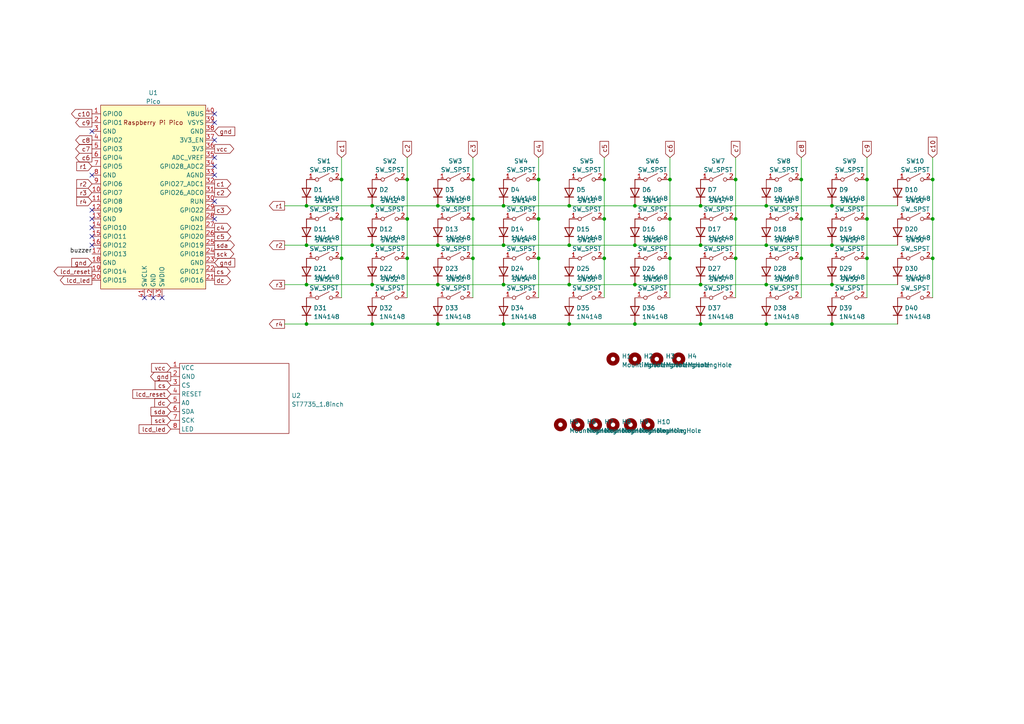
<source format=kicad_sch>
(kicad_sch (version 20211123) (generator eeschema)
  (paper "A4")
  (lib_symbols
    (symbol "Diode:1N4148" (pin_numbers hide) (pin_names (offset 1.016) hide)
      (property "Reference" "D" (at 0 2.54 0))
      (property "Value" "1N4148" (at 0 -2.54 0))
      (symbol "1N4148_0_1"
        (polyline (pts (xy -1.27 1.27) (xy -1.27 -1.27)) (stroke (width 0.254)))
        (polyline (pts (xy 1.27 0) (xy -1.27 0)))
        (polyline (pts (xy 1.27 1.27) (xy 1.27 -1.27) (xy -1.27 0) (xy 1.27 1.27)) (stroke (width 0.254)))
      )
      (symbol "1N4148_1_1"
        (pin passive line (at -3.81 0 0) (length 2.54) (name "K") (number "1"))
        (pin passive line (at 3.81 0 180) (length 2.54) (name "A") (number "2"))
      )
    )
    (symbol "MCU_RaspberryPi_and_Boards:Pico"
      (property "Reference" "U" (at -13.97 27.94 0))
      (property "Value" "Pico" (at 0 19.05 0))
      (symbol "Pico_0_0"
        (text "Raspberry Pi Pico" (at 0 21.59 0) (effects (font (size 1.27 1.27))))
      )
      (symbol "Pico_0_1"
        (rectangle (start -15.24 26.67) (end 15.24 -26.67) (fill (type background)))
      )
      (symbol "Pico_1_1"
        (pin bidirectional line (at -17.78 24.13 0) (length 2.54) (name "GPIO0") (number "1"))
        (pin bidirectional line (at -17.78 1.27 0) (length 2.54) (name "GPIO7") (number "10"))
        (pin bidirectional line (at -17.78 -1.27 0) (length 2.54) (name "GPIO8") (number "11"))
        (pin bidirectional line (at -17.78 -3.81 0) (length 2.54) (name "GPIO9") (number "12"))
        (pin power_in line (at -17.78 -6.35 0) (length 2.54) (name "GND") (number "13"))
        (pin bidirectional line (at -17.78 -8.89 0) (length 2.54) (name "GPIO10") (number "14"))
        (pin bidirectional line (at -17.78 -11.43 0) (length 2.54) (name "GPIO11") (number "15"))
        (pin bidirectional line (at -17.78 -13.97 0) (length 2.54) (name "GPIO12") (number "16"))
        (pin bidirectional line (at -17.78 -16.51 0) (length 2.54) (name "GPIO13") (number "17"))
        (pin power_in line (at -17.78 -19.05 0) (length 2.54) (name "GND") (number "18"))
        (pin bidirectional line (at -17.78 -21.59 0) (length 2.54) (name "GPIO14") (number "19"))
        (pin bidirectional line (at -17.78 21.59 0) (length 2.54) (name "GPIO1") (number "2"))
        (pin bidirectional line (at -17.78 -24.13 0) (length 2.54) (name "GPIO15") (number "20"))
        (pin bidirectional line (at 17.78 -24.13 180) (length 2.54) (name "GPIO16") (number "21"))
        (pin bidirectional line (at 17.78 -21.59 180) (length 2.54) (name "GPIO17") (number "22"))
        (pin power_in line (at 17.78 -19.05 180) (length 2.54) (name "GND") (number "23"))
        (pin bidirectional line (at 17.78 -16.51 180) (length 2.54) (name "GPIO18") (number "24"))
        (pin bidirectional line (at 17.78 -13.97 180) (length 2.54) (name "GPIO19") (number "25"))
        (pin bidirectional line (at 17.78 -11.43 180) (length 2.54) (name "GPIO20") (number "26"))
        (pin bidirectional line (at 17.78 -8.89 180) (length 2.54) (name "GPIO21") (number "27"))
        (pin power_in line (at 17.78 -6.35 180) (length 2.54) (name "GND") (number "28"))
        (pin bidirectional line (at 17.78 -3.81 180) (length 2.54) (name "GPIO22") (number "29"))
        (pin power_in line (at -17.78 19.05 0) (length 2.54) (name "GND") (number "3"))
        (pin input line (at 17.78 -1.27 180) (length 2.54) (name "RUN") (number "30"))
        (pin bidirectional line (at 17.78 1.27 180) (length 2.54) (name "GPIO26_ADC0") (number "31"))
        (pin bidirectional line (at 17.78 3.81 180) (length 2.54) (name "GPIO27_ADC1") (number "32"))
        (pin power_in line (at 17.78 6.35 180) (length 2.54) (name "AGND") (number "33"))
        (pin bidirectional line (at 17.78 8.89 180) (length 2.54) (name "GPIO28_ADC2") (number "34"))
        (pin power_in line (at 17.78 11.43 180) (length 2.54) (name "ADC_VREF") (number "35"))
        (pin power_in line (at 17.78 13.97 180) (length 2.54) (name "3V3") (number "36"))
        (pin input line (at 17.78 16.51 180) (length 2.54) (name "3V3_EN") (number "37"))
        (pin bidirectional line (at 17.78 19.05 180) (length 2.54) (name "GND") (number "38"))
        (pin power_in line (at 17.78 21.59 180) (length 2.54) (name "VSYS") (number "39"))
        (pin bidirectional line (at -17.78 16.51 0) (length 2.54) (name "GPIO2") (number "4"))
        (pin power_in line (at 17.78 24.13 180) (length 2.54) (name "VBUS") (number "40"))
        (pin input line (at -2.54 -29.21 90) (length 2.54) (name "SWCLK") (number "41"))
        (pin power_in line (at 0 -29.21 90) (length 2.54) (name "GND") (number "42"))
        (pin bidirectional line (at 2.54 -29.21 90) (length 2.54) (name "SWDIO") (number "43"))
        (pin bidirectional line (at -17.78 13.97 0) (length 2.54) (name "GPIO3") (number "5"))
        (pin bidirectional line (at -17.78 11.43 0) (length 2.54) (name "GPIO4") (number "6"))
        (pin bidirectional line (at -17.78 8.89 0) (length 2.54) (name "GPIO5") (number "7"))
        (pin power_in line (at -17.78 6.35 0) (length 2.54) (name "GND") (number "8"))
        (pin bidirectional line (at -17.78 3.81 0) (length 2.54) (name "GPIO6") (number "9"))
      )
    )
    (symbol "Mechanical:MountingHole" (pin_names (offset 1.016))
      (property "Reference" "H" (at 0 5.08 0))
      (property "Value" "MountingHole" (at 0 3.175 0))
      (symbol "MountingHole_0_1"
        (circle (center 0 0) (radius 1.27) (stroke (width 1.27)))
      )
    )
    (symbol "Switch:SW_SPST" (pin_names (offset 0) hide)
      (property "Reference" "SW" (at 0 3.175 0))
      (property "Value" "SW_SPST" (at 0 -2.54 0))
      (symbol "SW_SPST_0_0"
        (circle (center -2.032 0) (radius 0.508))
        (polyline (pts (xy -1.524 0.254) (xy 1.524 1.778)))
        (circle (center 2.032 0) (radius 0.508))
      )
      (symbol "SW_SPST_1_1"
        (pin passive line (at -5.08 0 0) (length 2.54) (name "A") (number "1"))
        (pin passive line (at 5.08 0 180) (length 2.54) (name "B") (number "2"))
      )
    )
    (symbol "kicub_keyboard_extras:ST7735_1.8inch"
      (property "Reference" "U" (at 0 12.7 0))
      (property "Value" "ST7735_1.8inch" (at 0 -12.7 0))
      (symbol "ST7735_1.8inch_0_1"
        (rectangle (start -15.24 10.16) (end 16.51 -10.16) (stroke (width 0.1524)))
      )
      (symbol "ST7735_1.8inch_1_1"
        (pin input line (at -17.78 8.89 0) (length 2.54) (name "VCC") (number "1"))
        (pin input line (at -17.78 6.35 0) (length 2.54) (name "GND") (number "2"))
        (pin input line (at -17.78 3.81 0) (length 2.54) (name "CS") (number "3"))
        (pin input line (at -17.78 1.27 0) (length 2.54) (name "RESET") (number "4"))
        (pin input line (at -17.78 -1.27 0) (length 2.54) (name "A0") (number "5"))
        (pin input line (at -17.78 -3.81 0) (length 2.54) (name "SDA") (number "6"))
        (pin input line (at -17.78 -6.35 0) (length 2.54) (name "SCK") (number "7"))
        (pin input line (at -17.78 -8.89 0) (length 2.54) (name "LED") (number "8"))
      )
    )
  )
  (junction (at 222.25 93.98))
  (junction (at 194.31 52.07))
  (junction (at 251.46 63.5))
  (junction (at 118.11 74.93))
  (junction (at 241.3 59.69))
  (junction (at 156.21 63.5))
  (junction (at 270.51 52.07))
  (junction (at 270.51 63.5))
  (junction (at 165.1 71.12))
  (junction (at 137.16 52.07))
  (junction (at 137.16 63.5))
  (junction (at 127 93.98))
  (junction (at 184.15 71.12))
  (junction (at 222.25 59.69))
  (junction (at 184.15 93.98))
  (junction (at 241.3 71.12))
  (junction (at 203.2 93.98))
  (junction (at 184.15 82.55))
  (junction (at 213.36 63.5))
  (junction (at 88.9 59.69))
  (junction (at 165.1 82.55))
  (junction (at 88.9 71.12))
  (junction (at 137.16 74.93))
  (junction (at 99.06 52.07))
  (junction (at 146.05 71.12))
  (junction (at 213.36 52.07))
  (junction (at 203.2 82.55))
  (junction (at 146.05 82.55))
  (junction (at 194.31 63.5))
  (junction (at 156.21 52.07))
  (junction (at 184.15 59.69))
  (junction (at 194.31 74.93))
  (junction (at 175.26 52.07))
  (junction (at 107.95 93.98))
  (junction (at 118.11 63.5))
  (junction (at 127 82.55))
  (junction (at 222.25 82.55))
  (junction (at 222.25 71.12))
  (junction (at 107.95 71.12))
  (junction (at 156.21 74.93))
  (junction (at 213.36 74.93))
  (junction (at 88.9 82.55))
  (junction (at 165.1 59.69))
  (junction (at 175.26 74.93))
  (junction (at 241.3 82.55))
  (junction (at 107.95 82.55))
  (junction (at 99.06 63.5))
  (junction (at 251.46 74.93))
  (junction (at 107.95 59.69))
  (junction (at 165.1 93.98))
  (junction (at 127 59.69))
  (junction (at 146.05 93.98))
  (junction (at 232.41 74.93))
  (junction (at 175.26 63.5))
  (junction (at 251.46 52.07))
  (junction (at 127 71.12))
  (junction (at 203.2 71.12))
  (junction (at 88.9 93.98))
  (junction (at 146.05 59.69))
  (junction (at 118.11 52.07))
  (junction (at 241.3 93.98))
  (junction (at 203.2 59.69))
  (junction (at 99.06 74.93))
  (junction (at 232.41 63.5))
  (junction (at 232.41 52.07))
  (junction (at 270.51 74.93))
  (no_connect (at 62.23 45.72))
  (no_connect (at 62.23 48.26))
  (no_connect (at 62.23 50.8))
  (no_connect (at 62.23 58.42))
  (no_connect (at 62.23 63.5))
  (no_connect (at 26.67 38.1))
  (no_connect (at 26.67 71.12))
  (no_connect (at 26.67 68.58))
  (no_connect (at 26.67 66.04))
  (no_connect (at 26.67 63.5))
  (no_connect (at 26.67 60.96))
  (no_connect (at 26.67 50.8))
  (no_connect (at 62.23 33.02))
  (no_connect (at 62.23 40.64))
  (no_connect (at 62.23 35.56))
  (no_connect (at 41.91 86.36))
  (no_connect (at 44.45 86.36))
  (no_connect (at 46.99 86.36))
  (wire (pts (xy 137.16 74.93) (xy 137.16 86.36)))
  (wire (pts (xy 165.1 82.55) (xy 184.15 82.55)))
  (wire (pts (xy 88.9 93.98) (xy 107.95 93.98)))
  (wire (pts (xy 203.2 59.69) (xy 222.25 59.69)))
  (wire (pts (xy 222.25 82.55) (xy 241.3 82.55)))
  (wire (pts (xy 118.11 52.07) (xy 118.11 63.5)))
  (wire (pts (xy 270.51 63.5) (xy 270.51 74.93)))
  (wire (pts (xy 156.21 74.93) (xy 156.21 86.36)))
  (wire (pts (xy 99.06 45.72) (xy 99.06 52.07)))
  (wire (pts (xy 146.05 82.55) (xy 165.1 82.55)))
  (wire (pts (xy 137.16 52.07) (xy 137.16 63.5)))
  (wire (pts (xy 203.2 82.55) (xy 222.25 82.55)))
  (wire (pts (xy 127 59.69) (xy 146.05 59.69)))
  (wire (pts (xy 107.95 71.12) (xy 127 71.12)))
  (wire (pts (xy 127 93.98) (xy 146.05 93.98)))
  (wire (pts (xy 107.95 93.98) (xy 127 93.98)))
  (wire (pts (xy 88.9 82.55) (xy 107.95 82.55)))
  (wire (pts (xy 232.41 52.07) (xy 232.41 63.5)))
  (wire (pts (xy 241.3 71.12) (xy 260.35 71.12)))
  (wire (pts (xy 213.36 52.07) (xy 213.36 63.5)))
  (wire (pts (xy 82.55 93.98) (xy 88.9 93.98)))
  (wire (pts (xy 99.06 52.07) (xy 99.06 63.5)))
  (wire (pts (xy 107.95 82.55) (xy 127 82.55)))
  (wire (pts (xy 165.1 59.69) (xy 184.15 59.69)))
  (wire (pts (xy 88.9 71.12) (xy 107.95 71.12)))
  (wire (pts (xy 222.25 71.12) (xy 241.3 71.12)))
  (wire (pts (xy 251.46 74.93) (xy 251.46 86.36)))
  (wire (pts (xy 99.06 74.93) (xy 99.06 86.36)))
  (wire (pts (xy 203.2 71.12) (xy 222.25 71.12)))
  (wire (pts (xy 194.31 63.5) (xy 194.31 74.93)))
  (wire (pts (xy 241.3 59.69) (xy 260.35 59.69)))
  (wire (pts (xy 146.05 59.69) (xy 165.1 59.69)))
  (wire (pts (xy 118.11 45.72) (xy 118.11 52.07)))
  (wire (pts (xy 184.15 71.12) (xy 203.2 71.12)))
  (wire (pts (xy 175.26 52.07) (xy 175.26 63.5)))
  (wire (pts (xy 175.26 63.5) (xy 175.26 74.93)))
  (wire (pts (xy 213.36 45.72) (xy 213.36 52.07)))
  (wire (pts (xy 137.16 45.72) (xy 137.16 52.07)))
  (wire (pts (xy 232.41 45.72) (xy 232.41 52.07)))
  (wire (pts (xy 82.55 82.55) (xy 88.9 82.55)))
  (wire (pts (xy 241.3 82.55) (xy 260.35 82.55)))
  (wire (pts (xy 82.55 71.12) (xy 88.9 71.12)))
  (wire (pts (xy 107.95 59.69) (xy 127 59.69)))
  (wire (pts (xy 232.41 63.5) (xy 232.41 74.93)))
  (wire (pts (xy 175.26 45.72) (xy 175.26 52.07)))
  (wire (pts (xy 222.25 59.69) (xy 241.3 59.69)))
  (wire (pts (xy 213.36 63.5) (xy 213.36 74.93)))
  (wire (pts (xy 127 82.55) (xy 146.05 82.55)))
  (wire (pts (xy 184.15 59.69) (xy 203.2 59.69)))
  (wire (pts (xy 184.15 93.98) (xy 203.2 93.98)))
  (wire (pts (xy 251.46 63.5) (xy 251.46 74.93)))
  (wire (pts (xy 241.3 93.98) (xy 260.35 93.98)))
  (wire (pts (xy 194.31 45.72) (xy 194.31 52.07)))
  (wire (pts (xy 251.46 45.72) (xy 251.46 52.07)))
  (wire (pts (xy 118.11 63.5) (xy 118.11 74.93)))
  (wire (pts (xy 99.06 63.5) (xy 99.06 74.93)))
  (wire (pts (xy 118.11 74.93) (xy 118.11 86.36)))
  (wire (pts (xy 156.21 52.07) (xy 156.21 63.5)))
  (wire (pts (xy 203.2 93.98) (xy 222.25 93.98)))
  (wire (pts (xy 213.36 74.93) (xy 213.36 86.36)))
  (wire (pts (xy 270.51 52.07) (xy 270.51 63.5)))
  (wire (pts (xy 156.21 45.72) (xy 156.21 52.07)))
  (wire (pts (xy 270.51 74.93) (xy 270.51 86.36)))
  (wire (pts (xy 184.15 82.55) (xy 203.2 82.55)))
  (wire (pts (xy 270.51 45.72) (xy 270.51 52.07)))
  (wire (pts (xy 82.55 59.69) (xy 88.9 59.69)))
  (wire (pts (xy 88.9 59.69) (xy 107.95 59.69)))
  (wire (pts (xy 251.46 52.07) (xy 251.46 63.5)))
  (wire (pts (xy 165.1 71.12) (xy 184.15 71.12)))
  (wire (pts (xy 194.31 74.93) (xy 194.31 86.36)))
  (wire (pts (xy 222.25 93.98) (xy 241.3 93.98)))
  (wire (pts (xy 175.26 74.93) (xy 175.26 86.36)))
  (wire (pts (xy 137.16 63.5) (xy 137.16 74.93)))
  (wire (pts (xy 232.41 74.93) (xy 232.41 86.36)))
  (wire (pts (xy 194.31 52.07) (xy 194.31 63.5)))
  (wire (pts (xy 127 71.12) (xy 146.05 71.12)))
  (wire (pts (xy 146.05 71.12) (xy 165.1 71.12)))
  (wire (pts (xy 165.1 93.98) (xy 184.15 93.98)))
  (wire (pts (xy 146.05 93.98) (xy 165.1 93.98)))
  (wire (pts (xy 156.21 63.5) (xy 156.21 74.93)))
  (label "buzzer" (at 26.67 73.66 180))
  (global_label "cs" (shape output) (at 62.23 78.74 0) (property "Intersheet References" "${INTERSHEET_REFS}" (effects hide)))
  (global_label "gnd" (shape input) (at 26.67 76.2 180) (property "Intersheet References" "${INTERSHEET_REFS}" (effects hide)))
  (global_label "vcc" (shape input) (at 49.53 106.68 180) (property "Intersheet References" "${INTERSHEET_REFS}" (effects hide)))
  (global_label "c2" (shape output) (at 62.23 55.88 0) (property "Intersheet References" "${INTERSHEET_REFS}" (effects hide)))
  (global_label "c3" (shape input) (at 137.16 45.72 90) (property "Intersheet References" "${INTERSHEET_REFS}" (effects hide)))
  (global_label "c3" (shape output) (at 62.23 60.96 0) (property "Intersheet References" "${INTERSHEET_REFS}" (effects hide)))
  (global_label "r2" (shape input) (at 26.67 53.34 180) (property "Intersheet References" "${INTERSHEET_REFS}" (effects hide)))
  (global_label "c8" (shape output) (at 26.67 40.64 180) (property "Intersheet References" "${INTERSHEET_REFS}" (effects hide)))
  (global_label "r4" (shape input) (at 26.67 58.42 180) (property "Intersheet References" "${INTERSHEET_REFS}" (effects hide)))
  (global_label "sda" (shape output) (at 62.23 71.12 0) (property "Intersheet References" "${INTERSHEET_REFS}" (effects hide)))
  (global_label "c7" (shape input) (at 213.36 45.72 90) (property "Intersheet References" "${INTERSHEET_REFS}" (effects hide)))
  (global_label "gnd" (shape output) (at 49.53 109.22 180) (property "Intersheet References" "${INTERSHEET_REFS}" (effects hide)))
  (global_label "r1" (shape output) (at 82.55 59.69 180) (property "Intersheet References" "${INTERSHEET_REFS}" (effects hide)))
  (global_label "c6" (shape output) (at 26.67 45.72 180) (property "Intersheet References" "${INTERSHEET_REFS}" (effects hide)))
  (global_label "c4" (shape output) (at 62.23 66.04 0) (property "Intersheet References" "${INTERSHEET_REFS}" (effects hide)))
  (global_label "c4" (shape input) (at 156.21 45.72 90) (property "Intersheet References" "${INTERSHEET_REFS}" (effects hide)))
  (global_label "c2" (shape input) (at 118.11 45.72 90) (property "Intersheet References" "${INTERSHEET_REFS}" (effects hide)))
  (global_label "c8" (shape input) (at 232.41 45.72 90) (property "Intersheet References" "${INTERSHEET_REFS}" (effects hide)))
  (global_label "r3" (shape output) (at 82.55 82.55 180) (property "Intersheet References" "${INTERSHEET_REFS}" (effects hide)))
  (global_label "dc" (shape input) (at 49.53 116.84 180) (property "Intersheet References" "${INTERSHEET_REFS}" (effects hide)))
  (global_label "r1" (shape input) (at 26.67 48.26 180) (property "Intersheet References" "${INTERSHEET_REFS}" (effects hide)))
  (global_label "r2" (shape output) (at 82.55 71.12 180) (property "Intersheet References" "${INTERSHEET_REFS}" (effects hide)))
  (global_label "c9" (shape output) (at 26.67 35.56 180) (property "Intersheet References" "${INTERSHEET_REFS}" (effects hide)))
  (global_label "lcd_reset" (shape output) (at 26.67 78.74 180) (property "Intersheet References" "${INTERSHEET_REFS}" (effects hide)))
  (global_label "c10" (shape input) (at 270.51 45.72 90) (property "Intersheet References" "${INTERSHEET_REFS}" (effects hide)))
  (global_label "c7" (shape output) (at 26.67 43.18 180) (property "Intersheet References" "${INTERSHEET_REFS}" (effects hide)))
  (global_label "r3" (shape input) (at 26.67 55.88 180) (property "Intersheet References" "${INTERSHEET_REFS}" (effects hide)))
  (global_label "sck" (shape input) (at 49.53 121.92 180) (property "Intersheet References" "${INTERSHEET_REFS}" (effects hide)))
  (global_label "sda" (shape input) (at 49.53 119.38 180) (property "Intersheet References" "${INTERSHEET_REFS}" (effects hide)))
  (global_label "vcc" (shape output) (at 62.23 43.18 0) (property "Intersheet References" "${INTERSHEET_REFS}" (effects hide)))
  (global_label "sck" (shape output) (at 62.23 73.66 0) (property "Intersheet References" "${INTERSHEET_REFS}" (effects hide)))
  (global_label "c6" (shape input) (at 194.31 45.72 90) (property "Intersheet References" "${INTERSHEET_REFS}" (effects hide)))
  (global_label "lcd_led" (shape output) (at 26.67 81.28 180) (property "Intersheet References" "${INTERSHEET_REFS}" (effects hide)))
  (global_label "c1" (shape input) (at 99.06 45.72 90) (property "Intersheet References" "${INTERSHEET_REFS}" (effects hide)))
  (global_label "lcd_led" (shape input) (at 49.53 124.46 180) (property "Intersheet References" "${INTERSHEET_REFS}" (effects hide)))
  (global_label "c9" (shape input) (at 251.46 45.72 90) (property "Intersheet References" "${INTERSHEET_REFS}" (effects hide)))
  (global_label "c5" (shape input) (at 175.26 45.72 90) (property "Intersheet References" "${INTERSHEET_REFS}" (effects hide)))
  (global_label "cs" (shape input) (at 49.53 111.76 180) (property "Intersheet References" "${INTERSHEET_REFS}" (effects hide)))
  (global_label "c5" (shape output) (at 62.23 68.58 0) (property "Intersheet References" "${INTERSHEET_REFS}" (effects hide)))
  (global_label "c1" (shape output) (at 62.23 53.34 0) (property "Intersheet References" "${INTERSHEET_REFS}" (effects hide)))
  (global_label "dc" (shape output) (at 62.23 81.28 0) (property "Intersheet References" "${INTERSHEET_REFS}" (effects hide)))
  (global_label "c10" (shape output) (at 26.67 33.02 180) (property "Intersheet References" "${INTERSHEET_REFS}" (effects hide)))
  (global_label "r4" (shape output) (at 82.55 93.98 180) (property "Intersheet References" "${INTERSHEET_REFS}" (effects hide)))
  (global_label "gnd" (shape input) (at 62.23 38.1 0) (property "Intersheet References" "${INTERSHEET_REFS}" (effects hide)))
  (global_label "lcd_reset" (shape input) (at 49.53 114.3 180) (property "Intersheet References" "${INTERSHEET_REFS}" (effects hide)))
  (global_label "gnd" (shape input) (at 62.23 76.2 0) (property "Intersheet References" "${INTERSHEET_REFS}" (effects hide)))
  (symbol (lib_id "Switch:SW_SPST") (at 208.28 52.07 0) (unit 1)
    (property "Reference" "SW7" (at 208.28 46.7192 0))
    (property "Value" "SW_SPST" (at 208.28 49.2561 0))
    (property "Footprint" "keyswitches:Kailh_socket_PG1350" (effects hide))
  )
  (symbol (lib_id "Diode:1N4148") (at 107.95 78.74 90) (unit 1)
    (property "Reference" "D22" (at 109.982 77.9053 90) (effects (justify right)))
    (property "Value" "1N4148" (at 109.982 80.4422 90) (effects (justify right)))
    (property "Footprint" "Diode_SMD:D_SOD-123" (effects hide))
    (property "Datasheet" "https://assets.nexperia.com/documents/data-sheet/1N4148_1N4448.pdf" (effects hide))
  )
  (symbol (lib_id "Mechanical:MountingHole") (at 196.85 104.14 0) (unit 1)
    (property "Reference" "H4" (at 199.39 103.3053 0) (effects (justify left)))
    (property "Value" "MountingHole" (at 199.39 105.8422 0) (effects (justify left)))
    (property "Footprint" "MountingHole:MountingHole_2.2mm_M2_DIN965_Pad" (effects hide))
  )
  (symbol (lib_id "Switch:SW_SPST") (at 227.33 52.07 0) (unit 1)
    (property "Reference" "SW8" (at 227.33 46.7192 0))
    (property "Value" "SW_SPST" (at 227.33 49.2561 0))
    (property "Footprint" "keyswitches:Kailh_socket_PG1350" (effects hide))
  )
  (symbol (lib_id "Diode:1N4148") (at 88.9 78.74 90) (unit 1)
    (property "Reference" "D21" (at 90.932 77.9053 90) (effects (justify right)))
    (property "Value" "1N4148" (at 90.932 80.4422 90) (effects (justify right)))
    (property "Footprint" "Diode_SMD:D_SOD-123" (effects hide))
    (property "Datasheet" "https://assets.nexperia.com/documents/data-sheet/1N4148_1N4448.pdf" (effects hide))
  )
  (symbol (lib_id "Mechanical:MountingHole") (at 177.8 104.14 0) (unit 1)
    (property "Reference" "H1" (at 180.34 103.3053 0) (effects (justify left)))
    (property "Value" "MountingHole" (at 180.34 105.8422 0) (effects (justify left)))
    (property "Footprint" "MountingHole:MountingHole_2.2mm_M2_DIN965_Pad" (effects hide))
  )
  (symbol (lib_id "Diode:1N4148") (at 165.1 67.31 90) (unit 1)
    (property "Reference" "D15" (at 167.132 66.4753 90) (effects (justify right)))
    (property "Value" "1N4148" (at 167.132 69.0122 90) (effects (justify right)))
    (property "Footprint" "Diode_SMD:D_SOD-123" (effects hide))
    (property "Datasheet" "https://assets.nexperia.com/documents/data-sheet/1N4148_1N4448.pdf" (effects hide))
  )
  (symbol (lib_id "Diode:1N4148") (at 184.15 67.31 90) (unit 1)
    (property "Reference" "D16" (at 186.182 66.4753 90) (effects (justify right)))
    (property "Value" "1N4148" (at 186.182 69.0122 90) (effects (justify right)))
    (property "Footprint" "Diode_SMD:D_SOD-123" (effects hide))
    (property "Datasheet" "https://assets.nexperia.com/documents/data-sheet/1N4148_1N4448.pdf" (effects hide))
  )
  (symbol (lib_id "Switch:SW_SPST") (at 132.08 63.5 0) (unit 1)
    (property "Reference" "SW13" (at 132.08 58.1492 0))
    (property "Value" "SW_SPST" (at 132.08 60.6861 0))
    (property "Footprint" "keyswitches:Kailh_socket_PG1350" (effects hide))
  )
  (symbol (lib_id "Switch:SW_SPST") (at 113.03 86.36 0) (unit 1)
    (property "Reference" "SW32" (at 113.03 81.0092 0))
    (property "Value" "SW_SPST" (at 113.03 83.5461 0))
    (property "Footprint" "keyswitches:Kailh_socket_PG1350" (effects hide))
  )
  (symbol (lib_id "Diode:1N4148") (at 241.3 78.74 90) (unit 1)
    (property "Reference" "D29" (at 243.332 77.9053 90) (effects (justify right)))
    (property "Value" "1N4148" (at 243.332 80.4422 90) (effects (justify right)))
    (property "Footprint" "Diode_SMD:D_SOD-123" (effects hide))
    (property "Datasheet" "https://assets.nexperia.com/documents/data-sheet/1N4148_1N4448.pdf" (effects hide))
  )
  (symbol (lib_id "Diode:1N4148") (at 88.9 67.31 90) (unit 1)
    (property "Reference" "D11" (at 90.932 66.4753 90) (effects (justify right)))
    (property "Value" "1N4148" (at 90.932 69.0122 90) (effects (justify right)))
    (property "Footprint" "Diode_SMD:D_SOD-123" (effects hide))
    (property "Datasheet" "https://assets.nexperia.com/documents/data-sheet/1N4148_1N4448.pdf" (effects hide))
  )
  (symbol (lib_id "Switch:SW_SPST") (at 246.38 52.07 0) (unit 1)
    (property "Reference" "SW9" (at 246.38 46.7192 0))
    (property "Value" "SW_SPST" (at 246.38 49.2561 0))
    (property "Footprint" "keyswitches:Kailh_socket_PG1350" (effects hide))
  )
  (symbol (lib_id "Switch:SW_SPST") (at 208.28 86.36 0) (unit 1)
    (property "Reference" "SW37" (at 208.28 81.0092 0))
    (property "Value" "SW_SPST" (at 208.28 83.5461 0))
    (property "Footprint" "keyswitches:Kailh_socket_PG1350" (effects hide))
  )
  (symbol (lib_id "Diode:1N4148") (at 260.35 90.17 90) (unit 1)
    (property "Reference" "D40" (at 262.382 89.3353 90) (effects (justify right)))
    (property "Value" "1N4148" (at 262.382 91.8722 90) (effects (justify right)))
    (property "Footprint" "Diode_SMD:D_SOD-123" (effects hide))
    (property "Datasheet" "https://assets.nexperia.com/documents/data-sheet/1N4148_1N4448.pdf" (effects hide))
  )
  (symbol (lib_id "Diode:1N4148") (at 165.1 55.88 90) (unit 1)
    (property "Reference" "D5" (at 167.132 55.0453 90) (effects (justify right)))
    (property "Value" "1N4148" (at 167.132 57.5822 90) (effects (justify right)))
    (property "Footprint" "Diode_SMD:D_SOD-123" (effects hide))
    (property "Datasheet" "https://assets.nexperia.com/documents/data-sheet/1N4148_1N4448.pdf" (effects hide))
  )
  (symbol (lib_id "Switch:SW_SPST") (at 132.08 74.93 0) (unit 1)
    (property "Reference" "SW23" (at 132.08 69.5792 0))
    (property "Value" "SW_SPST" (at 132.08 72.1161 0))
    (property "Footprint" "keyswitches:Kailh_socket_PG1350" (effects hide))
  )
  (symbol (lib_id "Switch:SW_SPST") (at 246.38 74.93 0) (unit 1)
    (property "Reference" "SW29" (at 246.38 69.5792 0))
    (property "Value" "SW_SPST" (at 246.38 72.1161 0))
    (property "Footprint" "keyswitches:Kailh_socket_PG1350" (effects hide))
  )
  (symbol (lib_id "Diode:1N4148") (at 184.15 90.17 90) (unit 1)
    (property "Reference" "D36" (at 186.182 89.3353 90) (effects (justify right)))
    (property "Value" "1N4148" (at 186.182 91.8722 90) (effects (justify right)))
    (property "Footprint" "Diode_SMD:D_SOD-123" (effects hide))
    (property "Datasheet" "https://assets.nexperia.com/documents/data-sheet/1N4148_1N4448.pdf" (effects hide))
  )
  (symbol (lib_id "Switch:SW_SPST") (at 227.33 63.5 0) (unit 1)
    (property "Reference" "SW18" (at 227.33 58.1492 0))
    (property "Value" "SW_SPST" (at 227.33 60.6861 0))
    (property "Footprint" "keyswitches:Kailh_socket_PG1350" (effects hide))
  )
  (symbol (lib_id "Switch:SW_SPST") (at 170.18 86.36 0) (unit 1)
    (property "Reference" "SW35" (at 170.18 81.0092 0))
    (property "Value" "SW_SPST" (at 170.18 83.5461 0))
    (property "Footprint" "keyswitches:Kailh_socket_PG1350" (effects hide))
  )
  (symbol (lib_id "Diode:1N4148") (at 184.15 78.74 90) (unit 1)
    (property "Reference" "D26" (at 186.182 77.9053 90) (effects (justify right)))
    (property "Value" "1N4148" (at 186.182 80.4422 90) (effects (justify right)))
    (property "Footprint" "Diode_SMD:D_SOD-123" (effects hide))
    (property "Datasheet" "https://assets.nexperia.com/documents/data-sheet/1N4148_1N4448.pdf" (effects hide))
  )
  (symbol (lib_id "Diode:1N4148") (at 222.25 55.88 90) (unit 1)
    (property "Reference" "D8" (at 224.282 55.0453 90) (effects (justify right)))
    (property "Value" "1N4148" (at 224.282 57.5822 90) (effects (justify right)))
    (property "Footprint" "Diode_SMD:D_SOD-123" (effects hide))
    (property "Datasheet" "https://assets.nexperia.com/documents/data-sheet/1N4148_1N4448.pdf" (effects hide))
  )
  (symbol (lib_id "Switch:SW_SPST") (at 93.98 74.93 0) (unit 1)
    (property "Reference" "SW21" (at 93.98 69.5792 0))
    (property "Value" "SW_SPST" (at 93.98 72.1161 0))
    (property "Footprint" "keyswitches:Kailh_socket_PG1350" (effects hide))
  )
  (symbol (lib_id "Switch:SW_SPST") (at 132.08 86.36 0) (unit 1)
    (property "Reference" "SW33" (at 132.08 81.0092 0))
    (property "Value" "SW_SPST" (at 132.08 83.5461 0))
    (property "Footprint" "keyswitches:Kailh_socket_PG1350" (effects hide))
  )
  (symbol (lib_id "Diode:1N4148") (at 241.3 90.17 90) (unit 1)
    (property "Reference" "D39" (at 243.332 89.3353 90) (effects (justify right)))
    (property "Value" "1N4148" (at 243.332 91.8722 90) (effects (justify right)))
    (property "Footprint" "Diode_SMD:D_SOD-123" (effects hide))
    (property "Datasheet" "https://assets.nexperia.com/documents/data-sheet/1N4148_1N4448.pdf" (effects hide))
  )
  (symbol (lib_id "Diode:1N4148") (at 165.1 78.74 90) (unit 1)
    (property "Reference" "D25" (at 167.132 77.9053 90) (effects (justify right)))
    (property "Value" "1N4148" (at 167.132 80.4422 90) (effects (justify right)))
    (property "Footprint" "Diode_SMD:D_SOD-123" (effects hide))
    (property "Datasheet" "https://assets.nexperia.com/documents/data-sheet/1N4148_1N4448.pdf" (effects hide))
  )
  (symbol (lib_id "Switch:SW_SPST") (at 265.43 86.36 0) (unit 1)
    (property "Reference" "SW40" (at 265.43 81.0092 0))
    (property "Value" "SW_SPST" (at 265.43 83.5461 0))
    (property "Footprint" "keyswitches:Kailh_socket_PG1350" (effects hide))
  )
  (symbol (lib_id "Switch:SW_SPST") (at 151.13 52.07 0) (unit 1)
    (property "Reference" "SW4" (at 151.13 46.7192 0))
    (property "Value" "SW_SPST" (at 151.13 49.2561 0))
    (property "Footprint" "keyswitches:Kailh_socket_PG1350" (effects hide))
  )
  (symbol (lib_id "Switch:SW_SPST") (at 113.03 63.5 0) (unit 1)
    (property "Reference" "SW12" (at 113.03 58.1492 0))
    (property "Value" "SW_SPST" (at 113.03 60.6861 0))
    (property "Footprint" "keyswitches:Kailh_socket_PG1350" (effects hide))
  )
  (symbol (lib_id "Switch:SW_SPST") (at 113.03 52.07 0) (unit 1)
    (property "Reference" "SW2" (at 113.03 46.7192 0))
    (property "Value" "SW_SPST" (at 113.03 49.2561 0))
    (property "Footprint" "keyswitches:Kailh_socket_PG1350" (effects hide))
  )
  (symbol (lib_id "Diode:1N4148") (at 203.2 90.17 90) (unit 1)
    (property "Reference" "D37" (at 205.232 89.3353 90) (effects (justify right)))
    (property "Value" "1N4148" (at 205.232 91.8722 90) (effects (justify right)))
    (property "Footprint" "Diode_SMD:D_SOD-123" (effects hide))
    (property "Datasheet" "https://assets.nexperia.com/documents/data-sheet/1N4148_1N4448.pdf" (effects hide))
  )
  (symbol (lib_id "Mechanical:MountingHole") (at 162.56 123.19 0) (unit 1)
    (property "Reference" "H5" (at 165.1 122.3553 0) (effects (justify left)))
    (property "Value" "MountingHole" (at 165.1 124.8922 0) (effects (justify left)))
    (property "Footprint" "MountingHole:MountingHole_2.2mm_M2" (effects hide))
  )
  (symbol (lib_id "Switch:SW_SPST") (at 93.98 63.5 0) (unit 1)
    (property "Reference" "SW11" (at 93.98 58.1492 0))
    (property "Value" "SW_SPST" (at 93.98 60.6861 0))
    (property "Footprint" "keyswitches:Kailh_socket_PG1350" (effects hide))
  )
  (symbol (lib_id "Diode:1N4148") (at 260.35 78.74 90) (unit 1)
    (property "Reference" "D30" (at 262.382 77.9053 90) (effects (justify right)))
    (property "Value" "1N4148" (at 262.382 80.4422 90) (effects (justify right)))
    (property "Footprint" "Diode_SMD:D_SOD-123" (effects hide))
    (property "Datasheet" "https://assets.nexperia.com/documents/data-sheet/1N4148_1N4448.pdf" (effects hide))
  )
  (symbol (lib_id "Diode:1N4148") (at 107.95 55.88 90) (unit 1)
    (property "Reference" "D2" (at 109.982 55.0453 90) (effects (justify right)))
    (property "Value" "1N4148" (at 109.982 57.5822 90) (effects (justify right)))
    (property "Footprint" "Diode_SMD:D_SOD-123" (effects hide))
    (property "Datasheet" "https://assets.nexperia.com/documents/data-sheet/1N4148_1N4448.pdf" (effects hide))
  )
  (symbol (lib_id "Diode:1N4148") (at 127 78.74 90) (unit 1)
    (property "Reference" "D23" (at 129.032 77.9053 90) (effects (justify right)))
    (property "Value" "1N4148" (at 129.032 80.4422 90) (effects (justify right)))
    (property "Footprint" "Diode_SMD:D_SOD-123" (effects hide))
    (property "Datasheet" "https://assets.nexperia.com/documents/data-sheet/1N4148_1N4448.pdf" (effects hide))
  )
  (symbol (lib_id "Diode:1N4148") (at 203.2 78.74 90) (unit 1)
    (property "Reference" "D27" (at 205.232 77.9053 90) (effects (justify right)))
    (property "Value" "1N4148" (at 205.232 80.4422 90) (effects (justify right)))
    (property "Footprint" "Diode_SMD:D_SOD-123" (effects hide))
    (property "Datasheet" "https://assets.nexperia.com/documents/data-sheet/1N4148_1N4448.pdf" (effects hide))
  )
  (symbol (lib_id "Switch:SW_SPST") (at 189.23 74.93 0) (unit 1)
    (property "Reference" "SW26" (at 189.23 69.5792 0))
    (property "Value" "SW_SPST" (at 189.23 72.1161 0))
    (property "Footprint" "keyswitches:Kailh_socket_PG1350" (effects hide))
  )
  (symbol (lib_id "Switch:SW_SPST") (at 265.43 74.93 0) (unit 1)
    (property "Reference" "SW30" (at 265.43 69.5792 0))
    (property "Value" "SW_SPST" (at 265.43 72.1161 0))
    (property "Footprint" "keyswitches:Kailh_socket_PG1350" (effects hide))
  )
  (symbol (lib_id "Mechanical:MountingHole") (at 187.96 123.19 0) (unit 1)
    (property "Reference" "H10" (at 190.5 122.3553 0) (effects (justify left)))
    (property "Value" "MountingHole" (at 190.5 124.8922 0) (effects (justify left)))
    (property "Footprint" "MountingHole:MountingHole_2.2mm_M2" (effects hide))
  )
  (symbol (lib_id "Diode:1N4148") (at 222.25 90.17 90) (unit 1)
    (property "Reference" "D38" (at 224.282 89.3353 90) (effects (justify right)))
    (property "Value" "1N4148" (at 224.282 91.8722 90) (effects (justify right)))
    (property "Footprint" "Diode_SMD:D_SOD-123" (effects hide))
    (property "Datasheet" "https://assets.nexperia.com/documents/data-sheet/1N4148_1N4448.pdf" (effects hide))
  )
  (symbol (lib_id "Diode:1N4148") (at 107.95 67.31 90) (unit 1)
    (property "Reference" "D12" (at 109.982 66.4753 90) (effects (justify right)))
    (property "Value" "1N4148" (at 109.982 69.0122 90) (effects (justify right)))
    (property "Footprint" "Diode_SMD:D_SOD-123" (effects hide))
    (property "Datasheet" "https://assets.nexperia.com/documents/data-sheet/1N4148_1N4448.pdf" (effects hide))
  )
  (symbol (lib_id "Switch:SW_SPST") (at 189.23 63.5 0) (unit 1)
    (property "Reference" "SW16" (at 189.23 58.1492 0))
    (property "Value" "SW_SPST" (at 189.23 60.6861 0))
    (property "Footprint" "keyswitches:Kailh_socket_PG1350" (effects hide))
  )
  (symbol (lib_id "Switch:SW_SPST") (at 170.18 74.93 0) (unit 1)
    (property "Reference" "SW25" (at 170.18 69.5792 0))
    (property "Value" "SW_SPST" (at 170.18 72.1161 0))
    (property "Footprint" "keyswitches:Kailh_socket_PG1350" (effects hide))
  )
  (symbol (lib_id "Diode:1N4148") (at 165.1 90.17 90) (unit 1)
    (property "Reference" "D35" (at 167.132 89.3353 90) (effects (justify right)))
    (property "Value" "1N4148" (at 167.132 91.8722 90) (effects (justify right)))
    (property "Footprint" "Diode_SMD:D_SOD-123" (effects hide))
    (property "Datasheet" "https://assets.nexperia.com/documents/data-sheet/1N4148_1N4448.pdf" (effects hide))
  )
  (symbol (lib_id "Switch:SW_SPST") (at 246.38 63.5 0) (unit 1)
    (property "Reference" "SW19" (at 246.38 58.1492 0))
    (property "Value" "SW_SPST" (at 246.38 60.6861 0))
    (property "Footprint" "keyswitches:Kailh_socket_PG1350" (effects hide))
  )
  (symbol (lib_id "Diode:1N4148") (at 88.9 55.88 90) (unit 1)
    (property "Reference" "D1" (at 90.932 55.0453 90) (effects (justify right)))
    (property "Value" "1N4148" (at 90.932 57.5822 90) (effects (justify right)))
    (property "Footprint" "Diode_SMD:D_SOD-123" (effects hide))
    (property "Datasheet" "https://assets.nexperia.com/documents/data-sheet/1N4148_1N4448.pdf" (effects hide))
  )
  (symbol (lib_id "Diode:1N4148") (at 146.05 67.31 90) (unit 1)
    (property "Reference" "D14" (at 148.082 66.4753 90) (effects (justify right)))
    (property "Value" "1N4148" (at 148.082 69.0122 90) (effects (justify right)))
    (property "Footprint" "Diode_SMD:D_SOD-123" (effects hide))
    (property "Datasheet" "https://assets.nexperia.com/documents/data-sheet/1N4148_1N4448.pdf" (effects hide))
  )
  (symbol (lib_id "MCU_RaspberryPi_and_Boards:Pico") (at 44.45 57.15 0) (unit 1)
    (property "Reference" "U1" (at 44.45 26.9072 0))
    (property "Value" "Pico" (at 44.45 29.4441 0))
    (property "Footprint" "kicub_keyboard_extras:RPi_Pico_SMD_TH_OPEN" (effects hide))
  )
  (symbol (lib_id "Diode:1N4148") (at 260.35 67.31 90) (unit 1)
    (property "Reference" "D20" (at 262.382 66.4753 90) (effects (justify right)))
    (property "Value" "1N4148" (at 262.382 69.0122 90) (effects (justify right)))
    (property "Footprint" "Diode_SMD:D_SOD-123" (effects hide))
    (property "Datasheet" "https://assets.nexperia.com/documents/data-sheet/1N4148_1N4448.pdf" (effects hide))
  )
  (symbol (lib_id "Diode:1N4148") (at 241.3 55.88 90) (unit 1)
    (property "Reference" "D9" (at 243.332 55.0453 90) (effects (justify right)))
    (property "Value" "1N4148" (at 243.332 57.5822 90) (effects (justify right)))
    (property "Footprint" "Diode_SMD:D_SOD-123" (effects hide))
    (property "Datasheet" "https://assets.nexperia.com/documents/data-sheet/1N4148_1N4448.pdf" (effects hide))
  )
  (symbol (lib_id "Diode:1N4148") (at 127 90.17 90) (unit 1)
    (property "Reference" "D33" (at 129.032 89.3353 90) (effects (justify right)))
    (property "Value" "1N4148" (at 129.032 91.8722 90) (effects (justify right)))
    (property "Footprint" "Diode_SMD:D_SOD-123" (effects hide))
    (property "Datasheet" "https://assets.nexperia.com/documents/data-sheet/1N4148_1N4448.pdf" (effects hide))
  )
  (symbol (lib_id "Switch:SW_SPST") (at 265.43 63.5 0) (unit 1)
    (property "Reference" "SW20" (at 265.43 58.1492 0))
    (property "Value" "SW_SPST" (at 265.43 60.6861 0))
    (property "Footprint" "keyswitches:Kailh_socket_PG1350" (effects hide))
  )
  (symbol (lib_id "Diode:1N4148") (at 203.2 55.88 90) (unit 1)
    (property "Reference" "D7" (at 205.232 55.0453 90) (effects (justify right)))
    (property "Value" "1N4148" (at 205.232 57.5822 90) (effects (justify right)))
    (property "Footprint" "Diode_SMD:D_SOD-123" (effects hide))
    (property "Datasheet" "https://assets.nexperia.com/documents/data-sheet/1N4148_1N4448.pdf" (effects hide))
  )
  (symbol (lib_id "Switch:SW_SPST") (at 113.03 74.93 0) (unit 1)
    (property "Reference" "SW22" (at 113.03 69.5792 0))
    (property "Value" "SW_SPST" (at 113.03 72.1161 0))
    (property "Footprint" "keyswitches:Kailh_socket_PG1350" (effects hide))
  )
  (symbol (lib_id "Diode:1N4148") (at 107.95 90.17 90) (unit 1)
    (property "Reference" "D32" (at 109.982 89.3353 90) (effects (justify right)))
    (property "Value" "1N4148" (at 109.982 91.8722 90) (effects (justify right)))
    (property "Footprint" "Diode_SMD:D_SOD-123" (effects hide))
    (property "Datasheet" "https://assets.nexperia.com/documents/data-sheet/1N4148_1N4448.pdf" (effects hide))
  )
  (symbol (lib_id "Diode:1N4148") (at 203.2 67.31 90) (unit 1)
    (property "Reference" "D17" (at 205.232 66.4753 90) (effects (justify right)))
    (property "Value" "1N4148" (at 205.232 69.0122 90) (effects (justify right)))
    (property "Footprint" "Diode_SMD:D_SOD-123" (effects hide))
    (property "Datasheet" "https://assets.nexperia.com/documents/data-sheet/1N4148_1N4448.pdf" (effects hide))
  )
  (symbol (lib_id "Switch:SW_SPST") (at 170.18 52.07 0) (unit 1)
    (property "Reference" "SW5" (at 170.18 46.7192 0))
    (property "Value" "SW_SPST" (at 170.18 49.2561 0))
    (property "Footprint" "keyswitches:Kailh_socket_PG1350" (effects hide))
  )
  (symbol (lib_id "Diode:1N4148") (at 88.9 90.17 90) (unit 1)
    (property "Reference" "D31" (at 90.932 89.3353 90) (effects (justify right)))
    (property "Value" "1N4148" (at 90.932 91.8722 90) (effects (justify right)))
    (property "Footprint" "Diode_SMD:D_SOD-123" (effects hide))
    (property "Datasheet" "https://assets.nexperia.com/documents/data-sheet/1N4148_1N4448.pdf" (effects hide))
  )
  (symbol (lib_id "Diode:1N4148") (at 184.15 55.88 90) (unit 1)
    (property "Reference" "D6" (at 186.182 55.0453 90) (effects (justify right)))
    (property "Value" "1N4148" (at 186.182 57.5822 90) (effects (justify right)))
    (property "Footprint" "Diode_SMD:D_SOD-123" (effects hide))
    (property "Datasheet" "https://assets.nexperia.com/documents/data-sheet/1N4148_1N4448.pdf" (effects hide))
  )
  (symbol (lib_id "Diode:1N4148") (at 127 55.88 90) (unit 1)
    (property "Reference" "D3" (at 129.032 55.0453 90) (effects (justify right)))
    (property "Value" "1N4148" (at 129.032 57.5822 90) (effects (justify right)))
    (property "Footprint" "Diode_SMD:D_SOD-123" (effects hide))
    (property "Datasheet" "https://assets.nexperia.com/documents/data-sheet/1N4148_1N4448.pdf" (effects hide))
  )
  (symbol (lib_id "Diode:1N4148") (at 146.05 78.74 90) (unit 1)
    (property "Reference" "D24" (at 148.082 77.9053 90) (effects (justify right)))
    (property "Value" "1N4148" (at 148.082 80.4422 90) (effects (justify right)))
    (property "Footprint" "Diode_SMD:D_SOD-123" (effects hide))
    (property "Datasheet" "https://assets.nexperia.com/documents/data-sheet/1N4148_1N4448.pdf" (effects hide))
  )
  (symbol (lib_id "Mechanical:MountingHole") (at 167.64 123.19 0) (unit 1)
    (property "Reference" "H6" (at 170.18 122.3553 0) (effects (justify left)))
    (property "Value" "MountingHole" (at 170.18 124.8922 0) (effects (justify left)))
    (property "Footprint" "MountingHole:MountingHole_2.2mm_M2" (effects hide))
  )
  (symbol (lib_id "Switch:SW_SPST") (at 93.98 86.36 0) (unit 1)
    (property "Reference" "SW31" (at 93.98 81.0092 0))
    (property "Value" "SW_SPST" (at 93.98 83.5461 0))
    (property "Footprint" "keyswitches:Kailh_socket_PG1350" (effects hide))
  )
  (symbol (lib_id "Diode:1N4148") (at 222.25 67.31 90) (unit 1)
    (property "Reference" "D18" (at 224.282 66.4753 90) (effects (justify right)))
    (property "Value" "1N4148" (at 224.282 69.0122 90) (effects (justify right)))
    (property "Footprint" "Diode_SMD:D_SOD-123" (effects hide))
    (property "Datasheet" "https://assets.nexperia.com/documents/data-sheet/1N4148_1N4448.pdf" (effects hide))
  )
  (symbol (lib_id "Switch:SW_SPST") (at 151.13 74.93 0) (unit 1)
    (property "Reference" "SW24" (at 151.13 69.5792 0))
    (property "Value" "SW_SPST" (at 151.13 72.1161 0))
    (property "Footprint" "keyswitches:Kailh_socket_PG1350" (effects hide))
  )
  (symbol (lib_id "Switch:SW_SPST") (at 170.18 63.5 0) (unit 1)
    (property "Reference" "SW15" (at 170.18 58.1492 0))
    (property "Value" "SW_SPST" (at 170.18 60.6861 0))
    (property "Footprint" "keyswitches:Kailh_socket_PG1350" (effects hide))
  )
  (symbol (lib_id "Switch:SW_SPST") (at 93.98 52.07 0) (unit 1)
    (property "Reference" "SW1" (at 93.98 46.7192 0))
    (property "Value" "SW_SPST" (at 93.98 49.2561 0))
    (property "Footprint" "keyswitches:Kailh_socket_PG1350" (effects hide))
  )
  (symbol (lib_id "Switch:SW_SPST") (at 132.08 52.07 0) (unit 1)
    (property "Reference" "SW3" (at 132.08 46.7192 0))
    (property "Value" "SW_SPST" (at 132.08 49.2561 0))
    (property "Footprint" "keyswitches:Kailh_socket_PG1350" (effects hide))
  )
  (symbol (lib_id "Mechanical:MountingHole") (at 182.88 123.19 0) (unit 1)
    (property "Reference" "H9" (at 185.42 122.3553 0) (effects (justify left)))
    (property "Value" "MountingHole" (at 185.42 124.8922 0) (effects (justify left)))
    (property "Footprint" "MountingHole:MountingHole_2.2mm_M2" (effects hide))
  )
  (symbol (lib_id "Mechanical:MountingHole") (at 172.72 123.19 0) (unit 1)
    (property "Reference" "H7" (at 175.26 122.3553 0) (effects (justify left)))
    (property "Value" "MountingHole" (at 175.26 124.8922 0) (effects (justify left)))
    (property "Footprint" "MountingHole:MountingHole_2.2mm_M2" (effects hide))
  )
  (symbol (lib_id "Diode:1N4148") (at 241.3 67.31 90) (unit 1)
    (property "Reference" "D19" (at 243.332 66.4753 90) (effects (justify right)))
    (property "Value" "1N4148" (at 243.332 69.0122 90) (effects (justify right)))
    (property "Footprint" "Diode_SMD:D_SOD-123" (effects hide))
    (property "Datasheet" "https://assets.nexperia.com/documents/data-sheet/1N4148_1N4448.pdf" (effects hide))
  )
  (symbol (lib_id "Diode:1N4148") (at 127 67.31 90) (unit 1)
    (property "Reference" "D13" (at 129.032 66.4753 90) (effects (justify right)))
    (property "Value" "1N4148" (at 129.032 69.0122 90) (effects (justify right)))
    (property "Footprint" "Diode_SMD:D_SOD-123" (effects hide))
    (property "Datasheet" "https://assets.nexperia.com/documents/data-sheet/1N4148_1N4448.pdf" (effects hide))
  )
  (symbol (lib_id "Switch:SW_SPST") (at 265.43 52.07 0) (unit 1)
    (property "Reference" "SW10" (at 265.43 46.7192 0))
    (property "Value" "SW_SPST" (at 265.43 49.2561 0))
    (property "Footprint" "keyswitches:Kailh_socket_PG1350" (effects hide))
  )
  (symbol (lib_id "kicub_keyboard_extras:ST7735_1.8inch") (at 67.31 115.57 0) (unit 1)
    (property "Reference" "U2" (at 84.5312 114.7353 0) (effects (justify left)))
    (property "Value" "ST7735_1.8inch" (at 84.5312 117.2722 0) (effects (justify left)))
    (property "Footprint" "kicub_keyboard_extras:ST7735_1.8inch" (effects hide))
  )
  (symbol (lib_id "Mechanical:MountingHole") (at 184.15 104.14 0) (unit 1)
    (property "Reference" "H2" (at 186.69 103.3053 0) (effects (justify left)))
    (property "Value" "MountingHole" (at 186.69 105.8422 0) (effects (justify left)))
    (property "Footprint" "MountingHole:MountingHole_2.2mm_M2_DIN965_Pad" (effects hide))
  )
  (symbol (lib_id "Mechanical:MountingHole") (at 177.8 123.19 0) (unit 1)
    (property "Reference" "H8" (at 180.34 122.3553 0) (effects (justify left)))
    (property "Value" "MountingHole" (at 180.34 124.8922 0) (effects (justify left)))
    (property "Footprint" "MountingHole:MountingHole_2.2mm_M2" (effects hide))
  )
  (symbol (lib_id "Mechanical:MountingHole") (at 190.5 104.14 0) (unit 1)
    (property "Reference" "H3" (at 193.04 103.3053 0) (effects (justify left)))
    (property "Value" "MountingHole" (at 193.04 105.8422 0) (effects (justify left)))
    (property "Footprint" "MountingHole:MountingHole_2.2mm_M2_DIN965_Pad" (effects hide))
  )
  (symbol (lib_id "Diode:1N4148") (at 146.05 55.88 90) (unit 1)
    (property "Reference" "D4" (at 148.082 55.0453 90) (effects (justify right)))
    (property "Value" "1N4148" (at 148.082 57.5822 90) (effects (justify right)))
    (property "Footprint" "Diode_SMD:D_SOD-123" (effects hide))
    (property "Datasheet" "https://assets.nexperia.com/documents/data-sheet/1N4148_1N4448.pdf" (effects hide))
  )
  (symbol (lib_id "Diode:1N4148") (at 260.35 55.88 90) (unit 1)
    (property "Reference" "D10" (at 262.382 55.0453 90) (effects (justify right)))
    (property "Value" "1N4148" (at 262.382 57.5822 90) (effects (justify right)))
    (property "Footprint" "Diode_SMD:D_SOD-123" (effects hide))
    (property "Datasheet" "https://assets.nexperia.com/documents/data-sheet/1N4148_1N4448.pdf" (effects hide))
  )
  (symbol (lib_id "Switch:SW_SPST") (at 151.13 63.5 0) (unit 1)
    (property "Reference" "SW14" (at 151.13 58.1492 0))
    (property "Value" "SW_SPST" (at 151.13 60.6861 0))
    (property "Footprint" "keyswitches:Kailh_socket_PG1350" (effects hide))
  )
  (symbol (lib_id "Switch:SW_SPST") (at 208.28 63.5 0) (unit 1)
    (property "Reference" "SW17" (at 208.28 58.1492 0))
    (property "Value" "SW_SPST" (at 208.28 60.6861 0))
    (property "Footprint" "keyswitches:Kailh_socket_PG1350" (effects hide))
  )
  (symbol (lib_id "Switch:SW_SPST") (at 151.13 86.36 0) (unit 1)
    (property "Reference" "SW34" (at 151.13 81.0092 0))
    (property "Value" "SW_SPST" (at 151.13 83.5461 0))
    (property "Footprint" "keyswitches:Kailh_socket_PG1350" (effects hide))
  )
  (symbol (lib_id "Switch:SW_SPST") (at 189.23 52.07 0) (unit 1)
    (property "Reference" "SW6" (at 189.23 46.7192 0))
    (property "Value" "SW_SPST" (at 189.23 49.2561 0))
    (property "Footprint" "keyswitches:Kailh_socket_PG1350" (effects hide))
  )
  (symbol (lib_id "Switch:SW_SPST") (at 246.38 86.36 0) (unit 1)
    (property "Reference" "SW39" (at 246.38 81.0092 0))
    (property "Value" "SW_SPST" (at 246.38 83.5461 0))
    (property "Footprint" "keyswitches:Kailh_socket_PG1350" (effects hide))
  )
  (symbol (lib_id "Diode:1N4148") (at 222.25 78.74 90) (unit 1)
    (property "Reference" "D28" (at 224.282 77.9053 90) (effects (justify right)))
    (property "Value" "1N4148" (at 224.282 80.4422 90) (effects (justify right)))
    (property "Footprint" "Diode_SMD:D_SOD-123" (effects hide))
    (property "Datasheet" "https://assets.nexperia.com/documents/data-sheet/1N4148_1N4448.pdf" (effects hide))
  )
  (symbol (lib_id "Switch:SW_SPST") (at 227.33 74.93 0) (unit 1)
    (property "Reference" "SW28" (at 227.33 69.5792 0))
    (property "Value" "SW_SPST" (at 227.33 72.1161 0))
    (property "Footprint" "keyswitches:Kailh_socket_PG1350" (effects hide))
  )
  (symbol (lib_id "Diode:1N4148") (at 146.05 90.17 90) (unit 1)
    (property "Reference" "D34" (at 148.082 89.3353 90) (effects (justify right)))
    (property "Value" "1N4148" (at 148.082 91.8722 90) (effects (justify right)))
    (property "Footprint" "Diode_SMD:D_SOD-123" (effects hide))
    (property "Datasheet" "https://assets.nexperia.com/documents/data-sheet/1N4148_1N4448.pdf" (effects hide))
  )
  (symbol (lib_id "Switch:SW_SPST") (at 227.33 86.36 0) (unit 1)
    (property "Reference" "SW38" (at 227.33 81.0092 0))
    (property "Value" "SW_SPST" (at 227.33 83.5461 0))
    (property "Footprint" "keyswitches:Kailh_socket_PG1350" (effects hide))
  )
  (symbol (lib_id "Switch:SW_SPST") (at 189.23 86.36 0) (unit 1)
    (property "Reference" "SW36" (at 189.23 81.0092 0))
    (property "Value" "SW_SPST" (at 189.23 83.5461 0))
    (property "Footprint" "keyswitches:Kailh_socket_PG1350" (effects hide))
  )
  (symbol (lib_id "Switch:SW_SPST") (at 208.28 74.93 0) (unit 1)
    (property "Reference" "SW27" (at 208.28 69.5792 0))
    (property "Value" "SW_SPST" (at 208.28 72.1161 0))
    (property "Footprint" "keyswitches:Kailh_socket_PG1350" (effects hide))
  )
)
</source>
